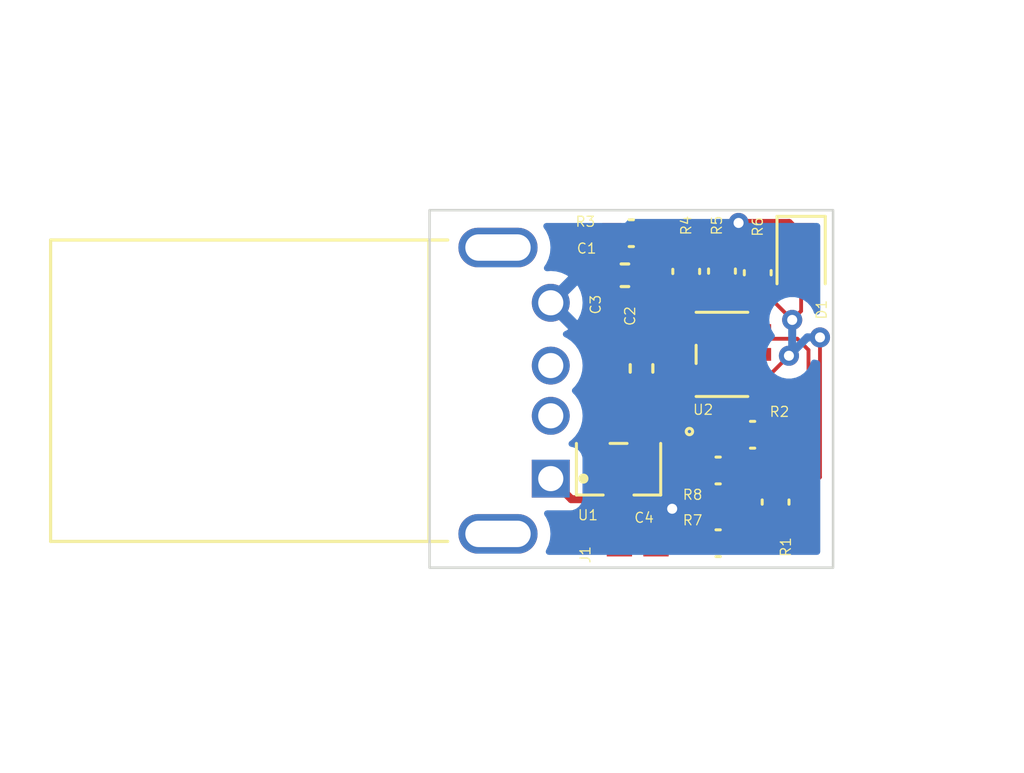
<source format=kicad_pcb>
(kicad_pcb (version 20211014) (generator pcbnew)
  (layers (0 "F.Cu" signal) (31 "B.Cu" signal) (34 "B.Paste" user) (35 "F.Paste" user) (36 "B.SilkS" user "B.Silkscreen") (37 "F.SilkS" user "F.Silkscreen") (38 "B.Mask" user) (39 "F.Mask" user) (44 "Edge.Cuts" user))
  (net 0 "")
  (net 1 "Net-(C1-Pad1)")
  (net 2 "GND")
  (net 3 "Net-(C2-Pad1)")
  (net 4 "Net-(C4-Pad1)")
  (net 7 "Net-(R1-Pad1)")
  (net 8 "Net-(D1-Pad2)")
  (net 9 "Net-(R2-Pad1)")
  (net 10 "Net-(R3-Pad1)")
  (net 11 "Net-(R4-Pad1)")
  (net 12 "Net-(R5-Pad1)")
  (footprint "miniproject1-library:RC0603FR-0710KL" (layer "F.Cu") (at 173.5328 60.4393 -90)
    (fp_text reference "R1" (at 1.7907 -0.4064 90) (layer "F.SilkS") (effects (font (size 0.4 0.4) (thickness 0.05))))
    (fp_text value "10K" hide)
    (fp_line (start -0.08615 0.5334) (end 0.08615 0.5334) (layer "F.SilkS") (width 0.12))
    (fp_line (start 0.08615 -0.5334) (end -0.08615 -0.5334) (layer "F.SilkS") (width 0.12))
    (pad "1" smd rect locked (at -0.7747 0 270) (size 0.762 0.8128) (layers "F.Cu" "F.Paste" "F.Mask") (net 7 "Net-(R1-Pad1)"))
    (pad "2" smd rect locked (at 0.7747 0 270) (size 0.762 0.8128) (layers "F.Cu" "F.Paste" "F.Mask") (net 8 "Net-(D1-Pad2)"))
  )
  (footprint "miniproject1-library:CAPC1608X90" (layer "F.Cu") (at 167.5384 51.4096 180)
    (fp_text reference "C1" (at 1.524 1.0668) (layer "F.SilkS") (effects (font (size 0.4 0.4) (thickness 0.05))))
    (fp_text value "0.1u")
    (fp_line (start -0.15 -0.45) (end 0.15 -0.45) (layer "F.SilkS") (width 0.127))
    (fp_line (start -0.15 0.45) (end 0.15 0.45) (layer "F.SilkS") (width 0.127))
    (pad "1" smd rect locked (at -0.85 0 180) (size 1.1 1) (layers "F.Cu" "F.Paste" "F.Mask") (net 1 "Net-(C1-Pad1)"))
    (pad "2" smd rect locked (at 0.85 0 180) (size 1.1 1) (layers "F.Cu" "F.Paste" "F.Mask") (net 2 "GND"))
  )
  (footprint "miniproject1-library:MOLEX_48037-0001 (2)" (layer "F.Cu") (at 162.4875 56.00575 -90)
    (fp_text reference "J1" (at 6.52905 -3.4761 90) (layer "F.SilkS") (effects (font (size 0.4 0.4) (thickness 0.05))))
    (fp_text value "USB_A")
    (fp_line (start -6 2.75) (end -6 17.8) (layer "F.SilkS") (width 0.127))
    (fp_line (start -6 17.8) (end 6 17.8) (layer "F.SilkS") (width 0.127))
    (fp_line (start 6 2.75) (end 6 2) (layer "F.SilkS") (width 0.127))
    (fp_line (start 6 17.8) (end 6 2.75) (layer "F.SilkS") (width 0.127))
    (fp_line (start -6 2.75) (end 6 2.75) (layer "F.SilkS") (width 0.127))
    (fp_line (start -6 2) (end -6 2.75) (layer "F.SilkS") (width 0.127))
    (fp_circle (center 3.5 -3.4) (end 3.6 -3.4) (layer "F.SilkS") (width 0.2) (fill none))
    (pad "" np_thru_hole circle (at 2.25 0 270) (size 1.25 1.25) (drill 1.25) (layers *.Cu *.Mask))
    (pad "" np_thru_hole circle (at -2.25 0 270) (size 1.25 1.25) (drill 1.25) (layers *.Cu *.Mask))
    (pad "1" thru_hole rect (at 3.5 -2.1 270) (size 1.508 1.508) (drill 1) (layers *.Cu *.Mask) (net 4 "Net-(C4-Pad1)"))
    (pad "2" thru_hole circle (at 1 -2.1 270) (size 1.508 1.508) (drill 1) (layers *.Cu *.Mask))
    (pad "3" thru_hole circle (at -1 -2.1 270) (size 1.508 1.508) (drill 1) (layers *.Cu *.Mask))
    (pad "4" thru_hole circle (at -3.5 -2.1 270) (size 1.508 1.508) (drill 1) (layers *.Cu *.Mask) (net 2 "GND"))
    (pad "S1" thru_hole oval (at 5.7 0 270) (size 1.575 3.15) (drill oval 1.05 2.6) (layers *.Cu *.Mask))
    (pad "S2" thru_hole oval (at -5.7 0 270) (size 1.575 3.15) (drill oval 1.05 2.6) (layers *.Cu *.Mask))
  )
  (footprint "miniproject1-library:CAPC1608X90" (layer "F.Cu") (at 168.1988 55.118 90)
    (fp_text reference "C2" (at 2.0828 -0.4572 90) (layer "F.SilkS") (effects (font (size 0.4 0.4) (thickness 0.05))))
    (fp_text value "0.1u")
    (fp_line (start -0.15 0.45) (end 0.15 0.45) (layer "F.SilkS") (width 0.127))
    (fp_line (start -0.15 -0.45) (end 0.15 -0.45) (layer "F.SilkS") (width 0.127))
    (pad "1" smd rect locked (at -0.85 0 90) (size 1.1 1) (layers "F.Cu" "F.Paste" "F.Mask") (net 3 "Net-(C2-Pad1)"))
    (pad "2" smd rect locked (at 0.85 0 90) (size 1.1 1) (layers "F.Cu" "F.Paste" "F.Mask") (net 2 "GND"))
  )
  (footprint "miniproject1-library:MCP6021T-E&slash_OT" (layer "F.Cu") (at 171.3992 54.5592 180)
    (fp_text reference "U2" (at 0.75 -2.2025) (layer "F.SilkS") (effects (font (size 0.4 0.4) (thickness 0.05))))
    (fp_text value "MCP6021T-E/OT" hide)
    (fp_line (start -1.0287 1.6764) (end 1.0287 1.6764) (layer "F.SilkS") (width 0.12))
    (fp_line (start 1.0287 -1.6764) (end -1.0287 -1.6764) (layer "F.SilkS") (width 0.12))
    (fp_line (start 1.0287 0.363261) (end 1.0287 -0.363261) (layer "F.SilkS") (width 0.12))
    (pad "1" smd rect locked (at -1.2954 -0.950001 180) (size 1.3208 0.508) (layers "F.Cu" "F.Paste" "F.Mask") (net 8 "Net-(D1-Pad2)"))
    (pad "2" smd rect locked (at -1.2954 0 180) (size 1.3208 0.508) (layers "F.Cu" "F.Paste" "F.Mask") (net 2 "GND"))
    (pad "3" smd rect locked (at -1.2954 0.950001 180) (size 1.3208 0.508) (layers "F.Cu" "F.Paste" "F.Mask") (net 7 "Net-(R1-Pad1)"))
    (pad "4" smd rect locked (at 1.2954 0.950001 180) (size 1.3208 0.508) (layers "F.Cu" "F.Paste" "F.Mask") (net 1 "Net-(C1-Pad1)"))
    (pad "5" smd rect locked (at 1.2954 -0.950001 180) (size 1.3208 0.508) (layers "F.Cu" "F.Paste" "F.Mask") (net 3 "Net-(C2-Pad1)"))
  )
  (footprint "miniproject1-library:RC0603FR-073M01L" (layer "F.Cu") (at 167.7924 49.7332 180)
    (fp_text reference "R3" (at 1.8288 0.4572) (layer "F.SilkS") (effects (font (size 0.4 0.4) (thickness 0.05))))
    (fp_text value "3.01M" hide)
    (fp_line (start -0.08615 0.5334) (end 0.08615 0.5334) (layer "F.SilkS") (width 0.12))
    (fp_line (start 0.08615 -0.5334) (end -0.08615 -0.5334) (layer "F.SilkS") (width 0.12))
    (pad "1" smd rect locked (at -0.7747 0 180) (size 0.762 0.8128) (layers "F.Cu" "F.Paste" "F.Mask") (net 10 "Net-(R3-Pad1)"))
    (pad "2" smd rect locked (at 0.7747 0 180) (size 0.762 0.8128) (layers "F.Cu" "F.Paste" "F.Mask") (net 1 "Net-(C1-Pad1)"))
  )
  (footprint "Diode_SMD:D_0805_2012Metric" (layer "F.Cu") (at 174.5488 50.7492 -90)
    (fp_text reference "D1" (at 2.032 -0.8128 90) (layer "F.SilkS") (effects (font (size 0.4 0.4) (thickness 0.05))))
    (fp_text value "LED")
    (fp_line (start -1.685 -0.96) (end -1.685 0.96) (layer "F.SilkS") (width 0.12))
    (fp_line (start 1 -0.96) (end -1.685 -0.96) (layer "F.SilkS") (width 0.12))
    (fp_line (start -1.685 0.96) (end 1 0.96) (layer "F.SilkS") (width 0.12))
    (pad "1" smd roundrect (at -0.9375 0 270) (size 0.975 1.4) (layers "F.Cu" "F.Paste" "F.Mask") (net 2 "GND"))
    (pad "2" smd roundrect (at 0.9375 0 270) (size 0.975 1.4) (layers "F.Cu" "F.Paste" "F.Mask") (net 8 "Net-(D1-Pad2)"))
  )
  (footprint "miniproject1-library:RC0603FR-0710KL" (layer "F.Cu") (at 172.6184 57.7596)
    (fp_text reference "R2" (at 1.0668 -0.9144) (layer "F.SilkS") (effects (font (size 0.4 0.4) (thickness 0.05))))
    (fp_text value "10K" hide)
    (fp_line (start -0.08615 0.5334) (end 0.08615 0.5334) (layer "F.SilkS") (width 0.12))
    (fp_line (start 0.08615 -0.5334) (end -0.08615 -0.5334) (layer "F.SilkS") (width 0.12))
    (pad "1" smd rect locked (at -0.7747 0) (size 0.762 0.8128) (layers "F.Cu" "F.Paste" "F.Mask") (net 9 "Net-(R2-Pad1)"))
    (pad "2" smd rect locked (at 0.7747 0) (size 0.762 0.8128) (layers "F.Cu" "F.Paste" "F.Mask") (net 7 "Net-(R1-Pad1)"))
  )
  (footprint "miniproject1-library:RC0603FR-0710KL" (layer "F.Cu") (at 171.2468 62.0776)
    (fp_text reference "R7" (at -1.016 -0.9144) (layer "F.SilkS") (effects (font (size 0.4 0.4) (thickness 0.05))))
    (fp_text value "10K" hide)
    (fp_line (start -0.08615 0.5334) (end 0.08615 0.5334) (layer "F.SilkS") (width 0.12))
    (fp_line (start 0.08615 -0.5334) (end -0.08615 -0.5334) (layer "F.SilkS") (width 0.12))
    (pad "1" smd rect locked (at -0.7747 0) (size 0.762 0.8128) (layers "F.Cu" "F.Paste" "F.Mask") (net 2 "GND"))
    (pad "2" smd rect locked (at 0.7747 0) (size 0.762 0.8128) (layers "F.Cu" "F.Paste" "F.Mask") (net 9 "Net-(R2-Pad1)"))
  )
  (footprint "miniproject1-library:RC0603FR-0710KL" (layer "F.Cu") (at 171.2468 59.182 180)
    (fp_text reference "R8" (at 1.016 -0.9652) (layer "F.SilkS") (effects (font (size 0.4 0.4) (thickness 0.05))))
    (fp_text value "10K" hide)
    (fp_line (start -0.08615 0.5334) (end 0.08615 0.5334) (layer "F.SilkS") (width 0.12))
    (fp_line (start 0.08615 -0.5334) (end -0.08615 -0.5334) (layer "F.SilkS") (width 0.12))
    (pad "1" smd rect locked (at -0.7747 0 180) (size 0.762 0.8128) (layers "F.Cu" "F.Paste" "F.Mask") (net 9 "Net-(R2-Pad1)"))
    (pad "2" smd rect locked (at 0.7747 0 180) (size 0.762 0.8128) (layers "F.Cu" "F.Paste" "F.Mask") (net 3 "Net-(C2-Pad1)"))
  )
  (footprint "miniproject1-library:RC0603FR-07499KL" (layer "F.Cu") (at 171.3992 51.2445 -90)
    (fp_text reference "R5" (at -1.8161 0.2032 90) (layer "F.SilkS") (effects (font (size 0.4 0.4) (thickness 0.05))))
    (fp_text value "499K" hide)
    (fp_line (start -0.08615 0.5334) (end 0.08615 0.5334) (layer "F.SilkS") (width 0.12))
    (fp_line (start 0.08615 -0.5334) (end -0.08615 -0.5334) (layer "F.SilkS") (width 0.12))
    (pad "1" smd rect locked (at -0.7747 0 270) (size 0.762 0.8128) (layers "F.Cu" "F.Paste" "F.Mask") (net 12 "Net-(R5-Pad1)"))
    (pad "2" smd rect locked (at 0.7747 0 270) (size 0.762 0.8128) (layers "F.Cu" "F.Paste" "F.Mask") (net 11 "Net-(R4-Pad1)"))
  )
  (footprint "miniproject1-library:RC0603FR-071ML" (layer "F.Cu") (at 169.9768 51.2572 90)
    (fp_text reference "R4" (at 1.8288 0 90) (layer "F.SilkS") (effects (font (size 0.4 0.4) (thickness 0.05))))
    (fp_text value "1M" hide)
    (fp_line (start 0.08615 -0.5334) (end -0.08615 -0.5334) (layer "F.SilkS") (width 0.12))
    (fp_line (start -0.08615 0.5334) (end 0.08615 0.5334) (layer "F.SilkS") (width 0.12))
    (pad "1" smd rect locked (at -0.7747 0 90) (size 0.762 0.8128) (layers "F.Cu" "F.Paste" "F.Mask") (net 11 "Net-(R4-Pad1)"))
    (pad "2" smd rect locked (at 0.7747 0 90) (size 0.762 0.8128) (layers "F.Cu" "F.Paste" "F.Mask") (net 10 "Net-(R3-Pad1)"))
  )
  (footprint "miniproject1-library:C0603C105K3RACTU" (layer "F.Cu") (at 166.4716 54.491801 90)
    (fp_text reference "C3" (at 1.913801 -0.1016 90) (layer "F.SilkS") (effects (font (size 0.4 0.4) (thickness 0.05))))
    (fp_text value "1u" hide)
    (pad "1" smd rect locked (at -0.727799 0 90) (size 1.005599 0.949998) (layers "F.Cu" "F.Paste" "F.Mask") (net 3 "Net-(C2-Pad1)"))
    (pad "2" smd rect locked (at 0.727799 0 90) (size 1.005599 0.949998) (layers "F.Cu" "F.Paste" "F.Mask") (net 2 "GND"))
  )
  (footprint "miniproject1-library:MCP1702T-3302E&slash_CB" (layer "F.Cu") (at 167.2844 59.1312 180)
    (fp_text reference "U1" (at 1.2192 -1.8288) (layer "F.SilkS") (effects (font (size 0.4 0.4) (thickness 0.05))))
    (fp_text value "MCP1700-3302E_SOT23" hide)
    (fp_line (start 1.676999 1.027) (end 1.676999 -1.027) (layer "F.SilkS") (width 0.12))
    (fp_line (start -1.676999 -1.027) (end -1.676999 1.027) (layer "F.SilkS") (width 0.12))
    (fp_line (start 1.676999 -1.027) (end 0.61214 -1.027) (layer "F.SilkS") (width 0.12))
    (fp_line (start -0.337861 1.027) (end 0.337861 1.027) (layer "F.SilkS") (width 0.12))
    (fp_line (start -0.61214 -1.027) (end -1.676999 -1.027) (layer "F.SilkS") (width 0.12))
    (fp_circle (center -2.819999 1.5) (end -2.692999 1.5) (layer "F.SilkS") (width 0.12) (fill none))
    (pad "1" smd rect locked (at -0.950001 1.1952 180) (size 0.9398 1.3208) (layers "F.Cu" "F.Paste" "F.Mask") (net 2 "GND"))
    (pad "2" smd rect locked (at 0.950001 1.1952 180) (size 0.9398 1.3208) (layers "F.Cu" "F.Paste" "F.Mask") (net 3 "Net-(C2-Pad1)"))
    (pad "3" smd rect locked (at 0 -1.1952 180) (size 0.9398 1.3208) (layers "F.Cu" "F.Paste" "F.Mask") (net 4 "Net-(C4-Pad1)"))
  )
  (footprint "miniproject1-library:RC0603FR-0740K2L" (layer "F.Cu") (at 172.8216 51.308 90)
    (fp_text reference "R6" (at 1.8288 0 90) (layer "F.SilkS") (effects (font (size 0.4 0.4) (thickness 0.05))))
    (fp_text value "40.2K" hide)
    (fp_line (start -0.08615 0.5334) (end 0.08615 0.5334) (layer "F.SilkS") (width 0.12))
    (fp_line (start 0.08615 -0.5334) (end -0.08615 -0.5334) (layer "F.SilkS") (width 0.12))
    (pad "1" smd rect locked (at -0.7747 0 90) (size 0.762 0.8128) (layers "F.Cu" "F.Paste" "F.Mask") (net 8 "Net-(D1-Pad2)"))
    (pad "2" smd rect locked (at 0.7747 0 90) (size 0.762 0.8128) (layers "F.Cu" "F.Paste" "F.Mask") (net 12 "Net-(R5-Pad1)"))
  )
  (footprint "miniproject1-library:C0603C105K3RACTU" (layer "F.Cu") (at 168.0464 62.1284)
    (fp_text reference "C4" (at 0.254 -1.0668) (layer "F.SilkS") (effects (font (size 0.4 0.4) (thickness 0.05))))
    (fp_text value "1u" hide)
    (pad "1" smd rect locked (at -0.727799 0) (size 1.005599 0.949998) (layers "F.Cu" "F.Paste" "F.Mask") (net 4 "Net-(C4-Pad1)"))
    (pad "2" smd rect locked (at 0.727799 0) (size 1.005599 0.949998) (layers "F.Cu" "F.Paste" "F.Mask") (net 2 "GND"))
  )
  (gr_rect (start 159.766 48.8188) (end 175.8188 63.0508) (layer "Edge.Cuts") (width 0.1) (fill none))
  (segment (start 168.3884 52.8692) (end 169.128399 53.609199) (width 0.1524) (layer "F.Cu") (net 1))
  (segment (start 167.0177 49.7332) (end 167.0177 50.0389) (width 0.25) (layer "F.Cu") (net 1))
  (segment (start 169.128399 53.609199) (end 170.1038 53.609199) (width 0.1524) (layer "F.Cu") (net 1))
  (segment (start 167.0177 50.0389) (end 168.3884 51.4096) (width 0.1524) (layer "F.Cu") (net 1))
  (segment (start 168.3884 51.4096) (end 168.3884 52.8692) (width 0.1524) (layer "F.Cu") (net 1))
  (segment (start 170.4213 62.1284) (end 170.4721 62.0776) (width 0.3) (layer "F.Cu") (net 2))
  (segment (start 168.774199 62.1284) (end 170.4213 62.1284) (width 0.318) (layer "F.Cu") (net 2))
  (segment (start 165.68365 51.4096) (end 164.5875 52.50575) (width 0.318) (layer "F.Cu") (net 2))
  (segment (start 168.1988 54.268) (end 166.975598 54.268) (width 0.318) (layer "F.Cu") (net 2))
  (segment (start 168.774199 61.349801) (end 169.418 60.706) (width 0.318) (layer "F.Cu") (net 2))
  (segment (start 174.0639 49.3268) (end 174.5488 49.8117) (width 0.318) (layer "F.Cu") (net 2))
  (segment (start 171.2468 54.5592) (end 172.6946 54.5592) (width 0.318) (layer "F.Cu") (net 2))
  (segment (start 168.774199 62.1284) (end 168.774199 61.349801) (width 0.318) (layer "F.Cu") (net 2))
  (segment (start 166.4716 53.764002) (end 165.845752 53.764002) (width 0.318) (layer "F.Cu") (net 2))
  (segment (start 170.9556 54.268) (end 171.2468 54.5592) (width 0.318) (layer "F.Cu") (net 2))
  (segment (start 169.2896 57.936) (end 169.4688 58.1152) (width 0.318) (layer "F.Cu") (net 2))
  (segment (start 166.4716 53.764002) (end 166.975598 54.268) (width 0.318) (layer "F.Cu") (net 2))
  (segment (start 165.845752 53.764002) (end 164.5875 52.50575) (width 0.318) (layer "F.Cu") (net 2))
  (segment (start 168.1988 54.268) (end 170.9556 54.268) (width 0.318) (layer "F.Cu") (net 2))
  (segment (start 168.234401 57.936) (end 169.2896 57.936) (width 0.318) (layer "F.Cu") (net 2))
  (segment (start 172.0596 49.3268) (end 174.0639 49.3268) (width 0.318) (layer "F.Cu") (net 2))
  (segment (start 166.6884 51.4096) (end 165.68365 51.4096) (width 0.318) (layer "F.Cu") (net 2))
  (segment (start 169.4688 60.6552) (end 169.418 60.706) (width 0.3) (layer "F.Cu") (net 2))
  (segment (start 169.4688 58.1152) (end 169.4688 60.6552) (width 0.318) (layer "F.Cu") (net 2))
  (via (at 169.418 60.706) (size 0.8) (drill 0.4) (layers "F.Cu" "B.Cu") (net 2))
  (via (at 172.0596 49.3268) (size 0.8) (drill 0.4) (layers "F.Cu" "B.Cu") (net 2))
  (segment (start 167.76645 49.3268) (end 164.5875 52.50575) (width 0.318) (layer "B.Cu") (net 2))
  (segment (start 168.1988 56.11705) (end 168.1988 59.4868) (width 0.318) (layer "B.Cu") (net 2))
  (segment (start 164.5875 52.50575) (end 168.1988 56.11705) (width 0.318) (layer "B.Cu") (net 2))
  (segment (start 168.1988 59.4868) (end 169.418 60.706) (width 0.318) (layer "B.Cu") (net 2))
  (segment (start 172.0596 49.3268) (end 167.76645 49.3268) (width 0.318) (layer "B.Cu") (net 2))
  (segment (start 170.1038 55.509201) (end 169.077599 55.509201) (width 0.318) (layer "F.Cu") (net 3))
  (segment (start 168.6188 55.968) (end 168.1988 55.968) (width 0.1524) (layer "F.Cu") (net 3))
  (segment (start 170.1038 57.531) (end 170.4721 57.8993) (width 0.1524) (layer "F.Cu") (net 3))
  (segment (start 169.077599 55.509201) (end 168.6188 55.968) (width 0.318) (layer "F.Cu") (net 3))
  (segment (start 166.4716 55.2196) (end 167.4504 55.2196) (width 0.318) (layer "F.Cu") (net 3))
  (segment (start 167.4504 55.2196) (end 168.1988 55.968) (width 0.318) (layer "F.Cu") (net 3))
  (segment (start 170.4721 57.8993) (end 170.4721 59.182) (width 0.1524) (layer "F.Cu") (net 3))
  (segment (start 170.1038 55.509201) (end 170.1038 57.531) (width 0.1524) (layer "F.Cu") (net 3))
  (segment (start 166.334399 57.936) (end 166.334399 55.356801) (width 0.318) (layer "F.Cu") (net 3))
  (segment (start 167.2844 60.3264) (end 165.40815 60.3264) (width 0.318) (layer "F.Cu") (net 4))
  (segment (start 167.2844 60.3264) (end 167.2844 62.094199) (width 0.318) (layer "F.Cu") (net 4))
  (segment (start 167.2844 62.094199) (end 167.318601 62.1284) (width 0.318) (layer "F.Cu") (net 4))
  (segment (start 165.40815 60.3264) (end 164.5875 59.50575) (width 0.316) (layer "F.Cu") (net 4))
  (segment (start 172.6946 53.609199) (end 173.023001 53.9376) (width 0.1524) (layer "F.Cu") (net 7))
  (segment (start 174.8416 57.4668) (end 174.5488 57.7596) (width 0.1524) (layer "F.Cu") (net 7))
  (segment (start 173.023001 53.9376) (end 174.3964 53.9376) (width 0.1524) (layer "F.Cu") (net 7))
  (segment (start 174.8416 54.3828) (end 174.8416 57.4668) (width 0.1524) (layer "F.Cu") (net 7))
  (segment (start 173.3931 59.5249) (end 173.5328 59.6646) (width 0.3) (layer "F.Cu") (net 7))
  (segment (start 174.3964 53.9376) (end 174.8416 54.3828) (width 0.1524) (layer "F.Cu") (net 7))
  (segment (start 174.5488 57.7596) (end 173.3931 57.7596) (width 0.1524) (layer "F.Cu") (net 7))
  (segment (start 173.3931 57.7596) (end 173.3931 59.5249) (width 0.1524) (layer "F.Cu") (net 7))
  (segment (start 172.8216 52.0827) (end 173.0883 52.0827) (width 0.25) (layer "F.Cu") (net 8))
  (segment (start 174.5488 52.832) (end 174.1932 53.1876) (width 0.1524) (layer "F.Cu") (net 8))
  (segment (start 173.0883 52.0827) (end 174.1932 53.1876) (width 0.1524) (layer "F.Cu") (net 8))
  (segment (start 172.709799 55.5244) (end 172.6946 55.509201) (width 0.3) (layer "F.Cu") (net 8))
  (segment (start 173.5328 61.214) (end 175.298832 59.447968) (width 0.1524) (layer "F.Cu") (net 8))
  (segment (start 174.063357 54.6133) (end 173.152257 55.5244) (width 0.1524) (layer "F.Cu") (net 8))
  (segment (start 174.5488 51.6867) (end 174.5488 52.832) (width 0.1524) (layer "F.Cu") (net 8))
  (segment (start 175.298832 59.447968) (end 175.298832 53.884446) (width 0.1524) (layer "F.Cu") (net 8))
  (segment (start 173.152257 55.5244) (end 172.709799 55.5244) (width 0.1524) (layer "F.Cu") (net 8))
  (via (at 175.298832 53.884446) (size 0.8) (drill 0.4) (layers "F.Cu" "B.Cu") (net 8))
  (via (at 174.063357 54.6133) (size 0.8) (drill 0.4) (layers "F.Cu" "B.Cu") (net 8))
  (via (at 174.1932 53.1876) (size 0.8) (drill 0.4) (layers "F.Cu" "B.Cu") (net 8))
  (segment (start 174.1932 54.483457) (end 174.063357 54.6133) (width 0.1524) (layer "B.Cu") (net 8))
  (segment (start 174.792211 53.884446) (end 174.063357 54.6133) (width 0.318) (layer "B.Cu") (net 8))
  (segment (start 174.1932 53.1876) (end 174.1932 54.483457) (width 0.318) (layer "B.Cu") (net 8))
  (segment (start 175.298832 53.884446) (end 174.792211 53.884446) (width 0.318) (layer "B.Cu") (net 8))
  (segment (start 172.0215 59.182) (end 172.0215 62.0776) (width 0.1524) (layer "F.Cu") (net 9))
  (segment (start 171.8437 59.0042) (end 172.0215 59.182) (width 0.3) (layer "F.Cu") (net 9))
  (segment (start 171.8437 57.7596) (end 171.8437 59.0042) (width 0.1524) (layer "F.Cu") (net 9))
  (segment (start 168.5671 49.7332) (end 169.2275 49.7332) (width 0.1524) (layer "F.Cu") (net 10))
  (segment (start 169.2275 49.7332) (end 169.9768 50.4825) (width 0.1524) (layer "F.Cu") (net 10))
  (segment (start 171.3865 52.0319) (end 171.3992 52.0192) (width 0.25) (layer "F.Cu") (net 11))
  (segment (start 169.9768 52.0319) (end 171.3865 52.0319) (width 0.1524) (layer "F.Cu") (net 11))
  (segment (start 171.3992 50.4698) (end 172.7581 50.4698) (width 0.1524) (layer "F.Cu") (net 12))
  (segment (start 172.7581 50.4698) (end 172.8216 50.5333) (width 0.25) (layer "F.Cu") (net 12))
  (zone (net 2) (net_name "GND") (layer "B.Cu") (connect_pads (clearance 0.508)) (min_thickness 0.254) (fill yes (thermal_gap 0.508) (thermal_bridge_width 0.508))
    (polygon (pts (xy 175.812653 63.047393) (xy 159.766 63.0428) (xy 159.776617 48.835715) (xy 175.721598 48.823393)))
  )
)
</source>
